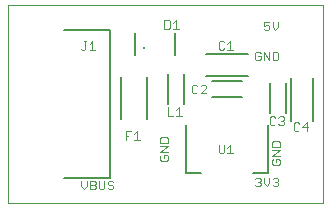
<source format=gto>
G75*
%MOIN*%
%OFA0B0*%
%FSLAX24Y24*%
%IPPOS*%
%LPD*%
%AMOC8*
5,1,8,0,0,1.08239X$1,22.5*
%
%ADD10C,0.0000*%
%ADD11C,0.0030*%
%ADD12C,0.0050*%
%ADD13C,0.0079*%
D10*
X003219Y000180D02*
X003219Y006780D01*
X013719Y006780D01*
X013719Y000180D01*
X003219Y000180D01*
D11*
X005656Y000732D02*
X005753Y000635D01*
X005849Y000732D01*
X005849Y000925D01*
X005951Y000925D02*
X006096Y000925D01*
X006144Y000877D01*
X006144Y000828D01*
X006096Y000780D01*
X005951Y000780D01*
X006096Y000780D02*
X006144Y000732D01*
X006144Y000683D01*
X006096Y000635D01*
X005951Y000635D01*
X005951Y000925D01*
X006245Y000925D02*
X006245Y000683D01*
X006294Y000635D01*
X006390Y000635D01*
X006439Y000683D01*
X006439Y000925D01*
X006540Y000877D02*
X006540Y000828D01*
X006588Y000780D01*
X006685Y000780D01*
X006733Y000732D01*
X006733Y000683D01*
X006685Y000635D01*
X006588Y000635D01*
X006540Y000683D01*
X006540Y000877D02*
X006588Y000925D01*
X006685Y000925D01*
X006733Y000877D01*
X005656Y000925D02*
X005656Y000732D01*
X008274Y001643D02*
X008323Y001595D01*
X008516Y001595D01*
X008564Y001643D01*
X008564Y001740D01*
X008516Y001788D01*
X008419Y001788D01*
X008419Y001692D01*
X008323Y001788D02*
X008274Y001740D01*
X008274Y001643D01*
X008274Y001890D02*
X008564Y002083D01*
X008274Y002083D01*
X008274Y002184D02*
X008274Y002329D01*
X008323Y002378D01*
X008516Y002378D01*
X008564Y002329D01*
X008564Y002184D01*
X008274Y002184D01*
X008274Y001890D02*
X008564Y001890D01*
X007628Y002275D02*
X007434Y002275D01*
X007531Y002275D02*
X007531Y002565D01*
X007434Y002468D01*
X007333Y002565D02*
X007140Y002565D01*
X007140Y002275D01*
X007140Y002420D02*
X007237Y002420D01*
X008540Y003075D02*
X008733Y003075D01*
X008834Y003075D02*
X009028Y003075D01*
X008931Y003075D02*
X008931Y003365D01*
X008834Y003268D01*
X008540Y003365D02*
X008540Y003075D01*
X009345Y003883D02*
X009394Y003835D01*
X009490Y003835D01*
X009539Y003883D01*
X009640Y003835D02*
X009833Y004028D01*
X009833Y004077D01*
X009785Y004125D01*
X009688Y004125D01*
X009640Y004077D01*
X009539Y004077D02*
X009490Y004125D01*
X009394Y004125D01*
X009345Y004077D01*
X009345Y003883D01*
X009640Y003835D02*
X009833Y003835D01*
X011451Y004983D02*
X011499Y004935D01*
X011596Y004935D01*
X011644Y004983D01*
X011644Y005080D01*
X011547Y005080D01*
X011451Y005177D02*
X011451Y004983D01*
X011745Y004935D02*
X011745Y005225D01*
X011939Y004935D01*
X011939Y005225D01*
X012040Y005225D02*
X012185Y005225D01*
X012233Y005177D01*
X012233Y004983D01*
X012185Y004935D01*
X012040Y004935D01*
X012040Y005225D01*
X011644Y005177D02*
X011596Y005225D01*
X011499Y005225D01*
X011451Y005177D01*
X010728Y005295D02*
X010534Y005295D01*
X010631Y005295D02*
X010631Y005585D01*
X010534Y005488D01*
X010433Y005537D02*
X010385Y005585D01*
X010288Y005585D01*
X010240Y005537D01*
X010240Y005343D01*
X010288Y005295D01*
X010385Y005295D01*
X010433Y005343D01*
X011745Y005983D02*
X011794Y005935D01*
X011890Y005935D01*
X011939Y005983D01*
X011939Y006080D01*
X011890Y006128D01*
X011842Y006128D01*
X011745Y006080D01*
X011745Y006225D01*
X011939Y006225D01*
X012040Y006225D02*
X012040Y006032D01*
X012137Y005935D01*
X012233Y006032D01*
X012233Y006225D01*
X008923Y005995D02*
X008729Y005995D01*
X008826Y005995D02*
X008826Y006285D01*
X008729Y006188D01*
X008628Y006237D02*
X008580Y006285D01*
X008434Y006285D01*
X008434Y005995D01*
X008580Y005995D01*
X008628Y006043D01*
X008628Y006237D01*
X006133Y005275D02*
X005940Y005275D01*
X006037Y005275D02*
X006037Y005565D01*
X005940Y005468D01*
X005839Y005565D02*
X005742Y005565D01*
X005790Y005565D02*
X005790Y005323D01*
X005742Y005275D01*
X005694Y005275D01*
X005645Y005323D01*
X011940Y003017D02*
X011940Y002823D01*
X011988Y002775D01*
X012085Y002775D01*
X012133Y002823D01*
X012234Y002823D02*
X012283Y002775D01*
X012380Y002775D01*
X012428Y002823D01*
X012428Y002872D01*
X012380Y002920D01*
X012331Y002920D01*
X012380Y002920D02*
X012428Y002968D01*
X012428Y003017D01*
X012380Y003065D01*
X012283Y003065D01*
X012234Y003017D01*
X012133Y003017D02*
X012085Y003065D01*
X011988Y003065D01*
X011940Y003017D01*
X012740Y002817D02*
X012740Y002623D01*
X012788Y002575D01*
X012885Y002575D01*
X012933Y002623D01*
X013180Y002575D02*
X013180Y002865D01*
X013034Y002720D01*
X013228Y002720D01*
X012933Y002817D02*
X012885Y002865D01*
X012788Y002865D01*
X012740Y002817D01*
X012256Y002236D02*
X012063Y002236D01*
X012014Y002187D01*
X012014Y002042D01*
X012304Y002042D01*
X012304Y002187D01*
X012256Y002236D01*
X012304Y001941D02*
X012014Y001941D01*
X012014Y001748D02*
X012304Y001941D01*
X012304Y001748D02*
X012014Y001748D01*
X012063Y001647D02*
X012014Y001598D01*
X012014Y001501D01*
X012063Y001453D01*
X012256Y001453D01*
X012304Y001501D01*
X012304Y001598D01*
X012256Y001647D01*
X012159Y001647D01*
X012159Y001550D01*
X012185Y001025D02*
X012088Y001025D01*
X012040Y000977D01*
X011939Y001025D02*
X011939Y000832D01*
X011842Y000735D01*
X011745Y000832D01*
X011745Y001025D01*
X011644Y000977D02*
X011644Y000928D01*
X011596Y000880D01*
X011644Y000832D01*
X011644Y000783D01*
X011596Y000735D01*
X011499Y000735D01*
X011451Y000783D01*
X011547Y000880D02*
X011596Y000880D01*
X011644Y000977D02*
X011596Y001025D01*
X011499Y001025D01*
X011451Y000977D01*
X012040Y000783D02*
X012088Y000735D01*
X012185Y000735D01*
X012233Y000783D01*
X012233Y000832D01*
X012185Y000880D01*
X012137Y000880D01*
X012185Y000880D02*
X012233Y000928D01*
X012233Y000977D01*
X012185Y001025D01*
X010728Y001835D02*
X010534Y001835D01*
X010631Y001835D02*
X010631Y002125D01*
X010534Y002028D01*
X010433Y002125D02*
X010433Y001883D01*
X010385Y001835D01*
X010288Y001835D01*
X010240Y001883D01*
X010240Y002125D01*
D12*
X009142Y002767D02*
X009142Y001193D01*
X009653Y001193D01*
X011386Y001193D02*
X011897Y001193D01*
X011897Y002767D01*
X011944Y003168D02*
X011944Y004192D01*
X012495Y004192D02*
X012495Y003168D01*
X012665Y002921D02*
X012665Y004339D01*
X013374Y004339D02*
X013374Y002921D01*
X011031Y003704D02*
X010008Y003704D01*
X009095Y003468D02*
X009095Y004492D01*
X008544Y004492D02*
X008544Y003468D01*
X007853Y002971D02*
X007853Y004389D01*
X006986Y004389D02*
X006986Y002971D01*
X009811Y004426D02*
X011228Y004426D01*
X011031Y004256D02*
X010008Y004256D01*
X009811Y005134D02*
X011228Y005134D01*
X008789Y005126D02*
X008789Y005834D01*
X007450Y005834D02*
X007450Y005126D01*
X006621Y005960D02*
X006621Y001000D01*
X005086Y001000D01*
X005086Y005960D02*
X006621Y005960D01*
D13*
X007745Y005362D03*
M02*

</source>
